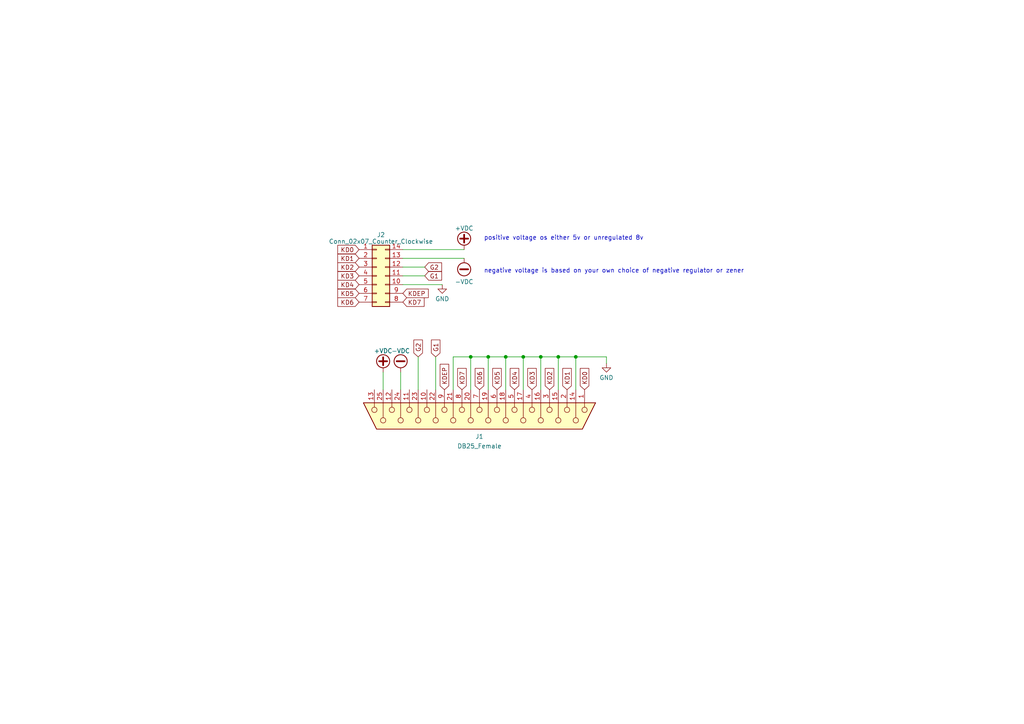
<source format=kicad_sch>
(kicad_sch (version 20250114) (generator "eeschema") (generator_version "9.0")
  (paper "A4")
  (lib_symbols
    (symbol "Connector:DB25_Female" (pin_names (offset 1.016) (hide yes))
      (property "Reference" "J" (at 0 34.29 0))
      (property "Value" "DB25_Female" (at 0 -34.925 0))
      (symbol "DB25_Female_0_1"
        (polyline (pts (xy -3.81 33.655) (xy 3.81 29.845) (xy 3.81 -29.845) (xy -3.81 -33.655) (xy -3.81 33.655)) (stroke (width 0.254)) (fill (type background)))
        (polyline (pts (xy -3.81 30.48) (xy -2.54 30.48)))
        (polyline (pts (xy -3.81 27.94) (xy 0.508 27.94)))
        (polyline (pts (xy -3.81 25.4) (xy -2.54 25.4)))
        (polyline (pts (xy -3.81 22.86) (xy 0.508 22.86)))
        (polyline (pts (xy -3.81 20.32) (xy -2.54 20.32)))
        (polyline (pts (xy -3.81 17.78) (xy 0.508 17.78)))
        (polyline (pts (xy -3.81 15.24) (xy -2.54 15.24)))
        (polyline (pts (xy -3.81 12.7) (xy 0.508 12.7)))
        (polyline (pts (xy -3.81 10.16) (xy -2.54 10.16)))
        (polyline (pts (xy -3.81 7.62) (xy 0.508 7.62)))
        (polyline (pts (xy -3.81 5.08) (xy -2.54 5.08)))
        (polyline (pts (xy -3.81 2.54) (xy 0.508 2.54)))
        (polyline (pts (xy -3.81 0) (xy -2.54 0)))
        (polyline (pts (xy -3.81 -2.54) (xy 0.508 -2.54)))
        (polyline (pts (xy -3.81 -5.08) (xy -2.54 -5.08)))
        (polyline (pts (xy -3.81 -7.62) (xy 0.508 -7.62)))
        (polyline (pts (xy -3.81 -10.16) (xy -2.54 -10.16)))
        (polyline (pts (xy -3.81 -12.7) (xy 0.508 -12.7)))
        (polyline (pts (xy -3.81 -15.24) (xy -2.54 -15.24)))
        (polyline (pts (xy -3.81 -17.78) (xy 0.508 -17.78)))
        (polyline (pts (xy -3.81 -20.32) (xy -2.54 -20.32)))
        (polyline (pts (xy -3.81 -22.86) (xy 0.508 -22.86)))
        (polyline (pts (xy -3.81 -25.4) (xy -2.54 -25.4)))
        (polyline (pts (xy -3.81 -27.94) (xy 0.508 -27.94)))
        (polyline (pts (xy -3.81 -30.48) (xy -2.54 -30.48)))
        (circle (center -1.778 30.48) (radius 0.762))
        (circle (center -1.778 25.4) (radius 0.762))
        (circle (center -1.778 20.32) (radius 0.762))
        (circle (center -1.778 15.24) (radius 0.762))
        (circle (center -1.778 10.16) (radius 0.762))
        (circle (center -1.778 5.08) (radius 0.762))
        (circle (center -1.778 0) (radius 0.762))
        (circle (center -1.778 -5.08) (radius 0.762))
        (circle (center -1.778 -10.16) (radius 0.762))
        (circle (center -1.778 -15.24) (radius 0.762))
        (circle (center -1.778 -20.32) (radius 0.762))
        (circle (center -1.778 -25.4) (radius 0.762))
        (circle (center -1.778 -30.48) (radius 0.762))
        (circle (center 1.27 27.94) (radius 0.762))
        (circle (center 1.27 22.86) (radius 0.762))
        (circle (center 1.27 17.78) (radius 0.762))
        (circle (center 1.27 12.7) (radius 0.762))
        (circle (center 1.27 7.62) (radius 0.762))
        (circle (center 1.27 2.54) (radius 0.762))
        (circle (center 1.27 -2.54) (radius 0.762))
        (circle (center 1.27 -7.62) (radius 0.762))
        (circle (center 1.27 -12.7) (radius 0.762))
        (circle (center 1.27 -17.78) (radius 0.762))
        (circle (center 1.27 -22.86) (radius 0.762))
        (circle (center 1.27 -27.94) (radius 0.762))
      )
      (symbol "DB25_Female_1_1"
        (pin passive line (at -7.62 30.48 0) (length 3.81) (name "1") (number "1"))
        (pin passive line (at -7.62 27.94 0) (length 3.81) (name "P14") (number "14"))
        (pin passive line (at -7.62 25.4 0) (length 3.81) (name "2") (number "2"))
        (pin passive line (at -7.62 22.86 0) (length 3.81) (name "P15") (number "15"))
        (pin passive line (at -7.62 20.32 0) (length 3.81) (name "3") (number "3"))
        (pin passive line (at -7.62 17.78 0) (length 3.81) (name "P16") (number "16"))
        (pin passive line (at -7.62 15.24 0) (length 3.81) (name "4") (number "4"))
        (pin passive line (at -7.62 12.7 0) (length 3.81) (name "P17") (number "17"))
        (pin passive line (at -7.62 10.16 0) (length 3.81) (name "5") (number "5"))
        (pin passive line (at -7.62 7.62 0) (length 3.81) (name "P18") (number "18"))
        (pin passive line (at -7.62 5.08 0) (length 3.81) (name "6") (number "6"))
        (pin passive line (at -7.62 2.54 0) (length 3.81) (name "P19") (number "19"))
        (pin passive line (at -7.62 0 0) (length 3.81) (name "7") (number "7"))
        (pin passive line (at -7.62 -2.54 0) (length 3.81) (name "P20") (number "20"))
        (pin passive line (at -7.62 -5.08 0) (length 3.81) (name "8") (number "8"))
        (pin passive line (at -7.62 -7.62 0) (length 3.81) (name "P21") (number "21"))
        (pin passive line (at -7.62 -10.16 0) (length 3.81) (name "9") (number "9"))
        (pin passive line (at -7.62 -12.7 0) (length 3.81) (name "P22") (number "22"))
        (pin passive line (at -7.62 -15.24 0) (length 3.81) (name "10") (number "10"))
        (pin passive line (at -7.62 -17.78 0) (length 3.81) (name "P23") (number "23"))
        (pin passive line (at -7.62 -20.32 0) (length 3.81) (name "11") (number "11"))
        (pin passive line (at -7.62 -22.86 0) (length 3.81) (name "P24") (number "24"))
        (pin passive line (at -7.62 -25.4 0) (length 3.81) (name "12") (number "12"))
        (pin passive line (at -7.62 -27.94 0) (length 3.81) (name "P25") (number "25"))
        (pin passive line (at -7.62 -30.48 0) (length 3.81) (name "13") (number "13"))
      )
    )
    (symbol "Connector_Generic:Conn_02x07_Counter_Clockwise" (pin_names (offset 1.016) (hide yes))
      (property "Reference" "J" (at 1.27 10.16 0))
      (property "Value" "Conn_02x07_Counter_Clockwise" (at 1.27 -10.16 0))
      (symbol "Conn_02x07_Counter_Clockwise_1_1"
        (rectangle (start -1.27 8.89) (end 3.81 -8.89) (stroke (width 0.254)) (fill (type background)))
        (rectangle (start -1.27 7.747) (end 0 7.493) (stroke (width 0.1524)))
        (rectangle (start -1.27 5.207) (end 0 4.953) (stroke (width 0.1524)))
        (rectangle (start -1.27 2.667) (end 0 2.413) (stroke (width 0.1524)))
        (rectangle (start -1.27 0.127) (end 0 -0.127) (stroke (width 0.1524)))
        (rectangle (start -1.27 -2.413) (end 0 -2.667) (stroke (width 0.1524)))
        (rectangle (start -1.27 -4.953) (end 0 -5.207) (stroke (width 0.1524)))
        (rectangle (start -1.27 -7.493) (end 0 -7.747) (stroke (width 0.1524)))
        (rectangle (start 3.81 7.747) (end 2.54 7.493) (stroke (width 0.1524)))
        (rectangle (start 3.81 5.207) (end 2.54 4.953) (stroke (width 0.1524)))
        (rectangle (start 3.81 2.667) (end 2.54 2.413) (stroke (width 0.1524)))
        (rectangle (start 3.81 0.127) (end 2.54 -0.127) (stroke (width 0.1524)))
        (rectangle (start 3.81 -2.413) (end 2.54 -2.667) (stroke (width 0.1524)))
        (rectangle (start 3.81 -4.953) (end 2.54 -5.207) (stroke (width 0.1524)))
        (rectangle (start 3.81 -7.493) (end 2.54 -7.747) (stroke (width 0.1524)))
        (pin passive line (at -5.08 7.62 0) (length 3.81) (name "Pin_1") (number "1"))
        (pin passive line (at -5.08 5.08 0) (length 3.81) (name "Pin_2") (number "2"))
        (pin passive line (at -5.08 2.54 0) (length 3.81) (name "Pin_3") (number "3"))
        (pin passive line (at -5.08 0 0) (length 3.81) (name "Pin_4") (number "4"))
        (pin passive line (at -5.08 -2.54 0) (length 3.81) (name "Pin_5") (number "5"))
        (pin passive line (at -5.08 -5.08 0) (length 3.81) (name "Pin_6") (number "6"))
        (pin passive line (at -5.08 -7.62 0) (length 3.81) (name "Pin_7") (number "7"))
        (pin passive line (at 7.62 7.62 180) (length 3.81) (name "Pin_14") (number "14"))
        (pin passive line (at 7.62 5.08 180) (length 3.81) (name "Pin_13") (number "13"))
        (pin passive line (at 7.62 2.54 180) (length 3.81) (name "Pin_12") (number "12"))
        (pin passive line (at 7.62 0 180) (length 3.81) (name "Pin_11") (number "11"))
        (pin passive line (at 7.62 -2.54 180) (length 3.81) (name "Pin_10") (number "10"))
        (pin passive line (at 7.62 -5.08 180) (length 3.81) (name "Pin_9") (number "9"))
        (pin passive line (at 7.62 -7.62 180) (length 3.81) (name "Pin_8") (number "8"))
      )
    )
    (symbol "power:+VDC" (power) (pin_names (offset 0))
      (property "Value" "+VDC" (at 0 6.35 0))
      (symbol "+VDC_0_1"
        (polyline (pts (xy -1.143 3.175) (xy 1.143 3.175)) (stroke (width 0.508)))
        (circle (center 0 3.175) (radius 1.905) (stroke (width 0.254)))
        (polyline (pts (xy 0 2.032) (xy 0 4.318)) (stroke (width 0.508)))
        (polyline (pts (xy 0 0) (xy 0 1.27)))
      )
      (symbol "+VDC_1_1"
        (pin power_in line (at 0 0 90) (length 0) (hide yes) (name "+VDC") (number "1"))
      )
    )
    (symbol "power:-VDC" (power) (pin_names (offset 0))
      (property "Value" "-VDC" (at 0 6.35 0))
      (symbol "-VDC_0_1"
        (polyline (pts (xy -1.143 3.175) (xy 1.143 3.175)) (stroke (width 0.508)))
        (circle (center 0 3.175) (radius 1.905) (stroke (width 0.254)))
        (polyline (pts (xy 0 0) (xy 0 1.27)))
      )
      (symbol "-VDC_1_1"
        (pin power_in line (at 0 0 90) (length 0) (hide yes) (name "-VDC") (number "1"))
      )
    )
    (symbol "power:GND" (power) (pin_names (offset 0))
      (property "Value" "GND" (at 0 -3.81 0))
      (symbol "GND_0_1"
        (polyline (pts (xy 0 0) (xy 0 -1.27) (xy 1.27 -1.27) (xy 0 -2.54) (xy -1.27 -1.27) (xy 0 -1.27)))
      )
      (symbol "GND_1_1"
        (pin power_in line (at 0 0 270) (length 0) (hide yes) (name "GND") (number "1"))
      )
    )
  )
  (text "negative voltage is based on your own choice of negative regulator or zener" (at 140.335 79.375 0) (effects (font (size 1.27 1.27)) (justify left bottom)))
  (text "positive voltage os either 5v or unregulated 8v" (at 140.335 69.85 0) (effects (font (size 1.27 1.27)) (justify left bottom)))
  (junction (at 161.925 103.505))
  (junction (at 141.605 103.505))
  (junction (at 156.845 103.505))
  (junction (at 167.005 103.505))
  (junction (at 136.525 103.505))
  (junction (at 146.685 103.505))
  (junction (at 151.765 103.505))
  (wire (pts (xy 116.84 74.93) (xy 134.62 74.93)))
  (wire (pts (xy 161.925 103.505) (xy 161.925 113.03)))
  (wire (pts (xy 123.19 77.47) (xy 116.84 77.47)))
  (wire (pts (xy 156.845 103.505) (xy 156.845 113.03)))
  (wire (pts (xy 136.525 103.505) (xy 141.605 103.505)))
  (wire (pts (xy 121.285 103.505) (xy 121.285 113.03)))
  (wire (pts (xy 131.445 103.505) (xy 131.445 113.03)))
  (wire (pts (xy 116.84 80.01) (xy 123.19 80.01)))
  (wire (pts (xy 146.685 103.505) (xy 151.765 103.505)))
  (wire (pts (xy 151.765 103.505) (xy 156.845 103.505)))
  (wire (pts (xy 116.84 82.55) (xy 128.27 82.55)))
  (wire (pts (xy 116.84 72.39) (xy 134.62 72.39)))
  (wire (pts (xy 116.205 107.95) (xy 116.205 113.03)))
  (wire (pts (xy 175.895 103.505) (xy 175.895 105.41)))
  (wire (pts (xy 141.605 103.505) (xy 141.605 113.03)))
  (wire (pts (xy 141.605 103.505) (xy 146.685 103.505)))
  (wire (pts (xy 126.365 103.505) (xy 126.365 113.03)))
  (wire (pts (xy 136.525 103.505) (xy 136.525 113.03)))
  (wire (pts (xy 151.765 103.505) (xy 151.765 113.03)))
  (wire (pts (xy 131.445 103.505) (xy 136.525 103.505)))
  (wire (pts (xy 167.005 103.505) (xy 167.005 113.03)))
  (wire (pts (xy 146.685 103.505) (xy 146.685 113.03)))
  (wire (pts (xy 156.845 103.505) (xy 161.925 103.505)))
  (wire (pts (xy 167.005 103.505) (xy 175.895 103.505)))
  (wire (pts (xy 111.125 107.95) (xy 111.125 113.03)))
  (wire (pts (xy 161.925 103.505) (xy 167.005 103.505)))
  (global_label "G2" (shape input) (at 123.19 77.47 0) (property "Intersheetrefs" "${INTERSHEET_REFS}" (effects (hide yes))))
  (global_label "KD7" (shape input) (at 116.84 87.63 0) (property "Intersheetrefs" "${INTERSHEET_REFS}" (effects (hide yes))))
  (global_label "KD3" (shape input) (at 154.305 113.03 90) (property "Intersheetrefs" "${INTERSHEET_REFS}" (effects (hide yes))))
  (global_label "KD1" (shape input) (at 104.14 74.93 180) (property "Intersheetrefs" "${INTERSHEET_REFS}" (effects (hide yes))))
  (global_label "KD7" (shape input) (at 133.985 113.03 90) (property "Intersheetrefs" "${INTERSHEET_REFS}" (effects (hide yes))))
  (global_label "KDEP" (shape input) (at 116.84 85.09 0) (property "Intersheetrefs" "${INTERSHEET_REFS}" (effects (hide yes))))
  (global_label "KD6" (shape input) (at 104.14 87.63 180) (property "Intersheetrefs" "${INTERSHEET_REFS}" (effects (hide yes))))
  (global_label "G1" (shape input) (at 126.365 103.505 90) (property "Intersheetrefs" "${INTERSHEET_REFS}" (effects (hide yes))))
  (global_label "G2" (shape input) (at 121.285 103.505 90) (property "Intersheetrefs" "${INTERSHEET_REFS}" (effects (hide yes))))
  (global_label "KD6" (shape input) (at 139.065 113.03 90) (property "Intersheetrefs" "${INTERSHEET_REFS}" (effects (hide yes))))
  (global_label "KD2" (shape input) (at 104.14 77.47 180) (property "Intersheetrefs" "${INTERSHEET_REFS}" (effects (hide yes))))
  (global_label "KD3" (shape input) (at 104.14 80.01 180) (property "Intersheetrefs" "${INTERSHEET_REFS}" (effects (hide yes))))
  (global_label "G1" (shape input) (at 123.19 80.01 0) (property "Intersheetrefs" "${INTERSHEET_REFS}" (effects (hide yes))))
  (global_label "KD4" (shape input) (at 104.14 82.55 180) (property "Intersheetrefs" "${INTERSHEET_REFS}" (effects (hide yes))))
  (global_label "KD0" (shape input) (at 104.14 72.39 180) (property "Intersheetrefs" "${INTERSHEET_REFS}" (effects (hide yes))))
  (global_label "KD5" (shape input) (at 104.14 85.09 180) (property "Intersheetrefs" "${INTERSHEET_REFS}" (effects (hide yes))))
  (global_label "KD1" (shape input) (at 164.465 113.03 90) (property "Intersheetrefs" "${INTERSHEET_REFS}" (effects (hide yes))))
  (global_label "KD2" (shape input) (at 159.385 113.03 90) (property "Intersheetrefs" "${INTERSHEET_REFS}" (effects (hide yes))))
  (global_label "KD4" (shape input) (at 149.225 113.03 90) (property "Intersheetrefs" "${INTERSHEET_REFS}" (effects (hide yes))))
  (global_label "KDEP" (shape input) (at 128.905 113.03 90) (property "Intersheetrefs" "${INTERSHEET_REFS}" (effects (hide yes))))
  (global_label "KD0" (shape input) (at 169.545 113.03 90) (property "Intersheetrefs" "${INTERSHEET_REFS}" (effects (hide yes))))
  (global_label "KD5" (shape input) (at 144.145 113.03 90) (property "Intersheetrefs" "${INTERSHEET_REFS}" (effects (hide yes))))
  (symbol (lib_id "power:GND") (at 128.27 82.55 0) (unit 1)
    (property "Reference" "#PWR01" (effects (hide yes)))
    (property "Value" "GND" (at 128.27 86.6855 0))
  )
  (symbol (lib_id "power:-VDC") (at 134.62 74.93 180) (unit 1)
    (property "Reference" "#PWR03" (effects (hide yes)))
    (property "Value" "-VDC" (at 134.62 81.7325 0))
  )
  (symbol (lib_id "power:-VDC") (at 116.205 107.95 0) (unit 1)
    (property "Reference" "#PWR05" (effects (hide yes)))
    (property "Value" "-VDC" (at 116.205 101.7811 0))
  )
  (symbol (lib_id "Connector_Generic:Conn_02x07_Counter_Clockwise") (at 109.22 80.01 0) (unit 1)
    (property "Reference" "J2" (at 110.49 68.1101 0))
    (property "Value" "Conn_02x07_Counter_Clockwise" (at 110.49 70.0311 0))
    (property "Footprint" "Package_DIP:DIP-14_W7.62mm" (effects (hide yes)))
  )
  (symbol (lib_id "Connector:DB25_Female") (at 139.065 120.65 270) (unit 1)
    (property "Reference" "J1" (at 139.065 126.6095 90))
    (property "Value" "DB25_Female" (at 139.065 129.3846 90))
    (property "Footprint" "Evan's parts:amphenol db25" (effects (hide yes)))
    (property "Datasheet" " ~" (effects (hide yes)))
  )
  (symbol (lib_id "power:+VDC") (at 111.125 107.95 0) (unit 1)
    (property "Reference" "#PWR04" (effects (hide yes)))
    (property "Value" "+VDC" (at 111.125 101.7811 0))
  )
  (symbol (lib_id "power:+VDC") (at 134.62 72.39 0) (unit 1)
    (property "Reference" "#PWR02" (effects (hide yes)))
    (property "Value" "+VDC" (at 134.62 66.2211 0))
  )
  (symbol (lib_id "power:GND") (at 175.895 105.41 0) (unit 1)
    (property "Reference" "#PWR06" (effects (hide yes)))
    (property "Value" "GND" (at 175.895 109.5455 0))
  )
)
</source>
